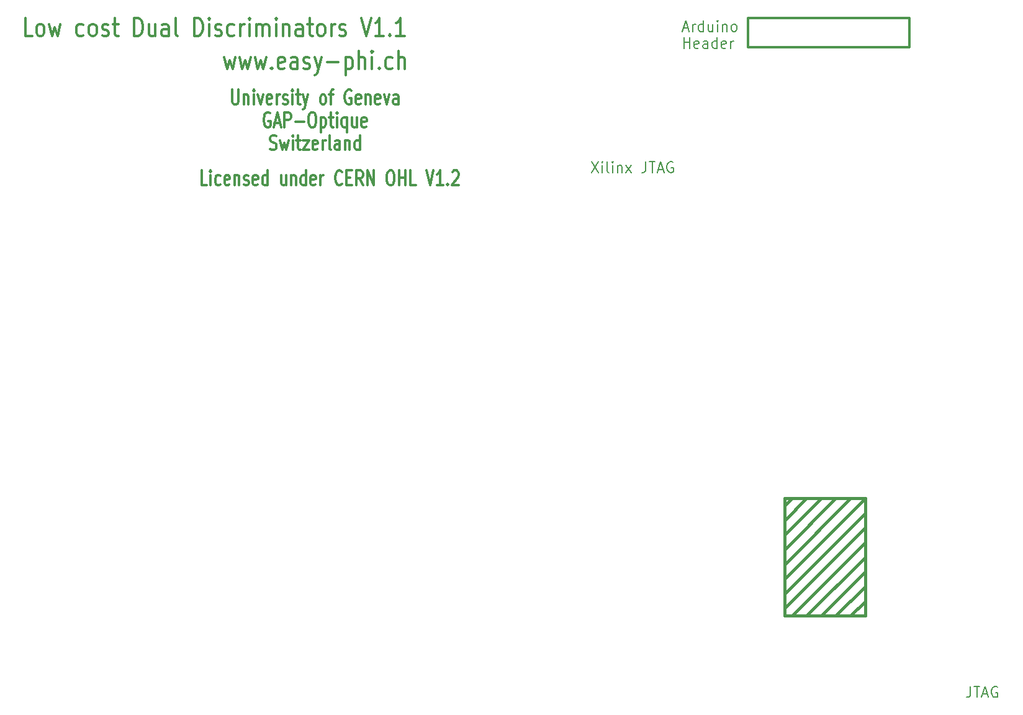
<source format=gto>
G04 (created by PCBNEW (2013-07-07 BZR 4022)-stable) date 20/12/2013 15:35:15*
%MOIN*%
G04 Gerber Fmt 3.4, Leading zero omitted, Abs format*
%FSLAX34Y34*%
G01*
G70*
G90*
G04 APERTURE LIST*
%ADD10C,0.00590551*%
%ADD11C,0.00787402*%
%ADD12C,0.011811*%
%ADD13C,0.015*%
G04 APERTURE END LIST*
G54D10*
G54D11*
X56181Y-28585D02*
X56548Y-29176D01*
X56548Y-28585D02*
X56181Y-29176D01*
X56758Y-29176D02*
X56758Y-28782D01*
X56758Y-28585D02*
X56732Y-28613D01*
X56758Y-28641D01*
X56784Y-28613D01*
X56758Y-28585D01*
X56758Y-28641D01*
X57099Y-29176D02*
X57047Y-29147D01*
X57020Y-29091D01*
X57020Y-28585D01*
X57309Y-29176D02*
X57309Y-28782D01*
X57309Y-28585D02*
X57283Y-28613D01*
X57309Y-28641D01*
X57335Y-28613D01*
X57309Y-28585D01*
X57309Y-28641D01*
X57572Y-28782D02*
X57572Y-29176D01*
X57572Y-28838D02*
X57598Y-28810D01*
X57650Y-28782D01*
X57729Y-28782D01*
X57782Y-28810D01*
X57808Y-28866D01*
X57808Y-29176D01*
X58018Y-29176D02*
X58307Y-28782D01*
X58018Y-28782D02*
X58307Y-29176D01*
X59094Y-28585D02*
X59094Y-29007D01*
X59068Y-29091D01*
X59015Y-29147D01*
X58937Y-29176D01*
X58884Y-29176D01*
X59278Y-28585D02*
X59593Y-28585D01*
X59435Y-29176D02*
X59435Y-28585D01*
X59750Y-29007D02*
X60013Y-29007D01*
X59698Y-29176D02*
X59881Y-28585D01*
X60065Y-29176D01*
X60538Y-28613D02*
X60485Y-28585D01*
X60406Y-28585D01*
X60328Y-28613D01*
X60275Y-28669D01*
X60249Y-28726D01*
X60223Y-28838D01*
X60223Y-28922D01*
X60249Y-29035D01*
X60275Y-29091D01*
X60328Y-29147D01*
X60406Y-29176D01*
X60459Y-29176D01*
X60538Y-29147D01*
X60564Y-29119D01*
X60564Y-28922D01*
X60459Y-28922D01*
X61108Y-21428D02*
X61371Y-21428D01*
X61056Y-21597D02*
X61240Y-21006D01*
X61423Y-21597D01*
X61607Y-21597D02*
X61607Y-21203D01*
X61607Y-21316D02*
X61633Y-21259D01*
X61660Y-21231D01*
X61712Y-21203D01*
X61765Y-21203D01*
X62185Y-21597D02*
X62185Y-21006D01*
X62185Y-21569D02*
X62132Y-21597D01*
X62027Y-21597D01*
X61975Y-21569D01*
X61948Y-21541D01*
X61922Y-21484D01*
X61922Y-21316D01*
X61948Y-21259D01*
X61975Y-21231D01*
X62027Y-21203D01*
X62132Y-21203D01*
X62185Y-21231D01*
X62683Y-21203D02*
X62683Y-21597D01*
X62447Y-21203D02*
X62447Y-21512D01*
X62473Y-21569D01*
X62526Y-21597D01*
X62604Y-21597D01*
X62657Y-21569D01*
X62683Y-21541D01*
X62946Y-21597D02*
X62946Y-21203D01*
X62946Y-21006D02*
X62919Y-21034D01*
X62946Y-21062D01*
X62972Y-21034D01*
X62946Y-21006D01*
X62946Y-21062D01*
X63208Y-21203D02*
X63208Y-21597D01*
X63208Y-21259D02*
X63234Y-21231D01*
X63287Y-21203D01*
X63366Y-21203D01*
X63418Y-21231D01*
X63444Y-21287D01*
X63444Y-21597D01*
X63786Y-21597D02*
X63733Y-21569D01*
X63707Y-21541D01*
X63681Y-21484D01*
X63681Y-21316D01*
X63707Y-21259D01*
X63733Y-21231D01*
X63786Y-21203D01*
X63864Y-21203D01*
X63917Y-21231D01*
X63943Y-21259D01*
X63969Y-21316D01*
X63969Y-21484D01*
X63943Y-21541D01*
X63917Y-21569D01*
X63864Y-21597D01*
X63786Y-21597D01*
X61135Y-22502D02*
X61135Y-21912D01*
X61135Y-22193D02*
X61450Y-22193D01*
X61450Y-22502D02*
X61450Y-21912D01*
X61922Y-22474D02*
X61870Y-22502D01*
X61765Y-22502D01*
X61712Y-22474D01*
X61686Y-22418D01*
X61686Y-22193D01*
X61712Y-22137D01*
X61765Y-22109D01*
X61870Y-22109D01*
X61922Y-22137D01*
X61948Y-22193D01*
X61948Y-22249D01*
X61686Y-22305D01*
X62421Y-22502D02*
X62421Y-22193D01*
X62395Y-22137D01*
X62342Y-22109D01*
X62237Y-22109D01*
X62185Y-22137D01*
X62421Y-22474D02*
X62368Y-22502D01*
X62237Y-22502D01*
X62185Y-22474D01*
X62158Y-22418D01*
X62158Y-22362D01*
X62185Y-22305D01*
X62237Y-22277D01*
X62368Y-22277D01*
X62421Y-22249D01*
X62919Y-22502D02*
X62919Y-21912D01*
X62919Y-22474D02*
X62867Y-22502D01*
X62762Y-22502D01*
X62709Y-22474D01*
X62683Y-22446D01*
X62657Y-22390D01*
X62657Y-22221D01*
X62683Y-22165D01*
X62709Y-22137D01*
X62762Y-22109D01*
X62867Y-22109D01*
X62919Y-22137D01*
X63392Y-22474D02*
X63339Y-22502D01*
X63234Y-22502D01*
X63182Y-22474D01*
X63156Y-22418D01*
X63156Y-22193D01*
X63182Y-22137D01*
X63234Y-22109D01*
X63339Y-22109D01*
X63392Y-22137D01*
X63418Y-22193D01*
X63418Y-22249D01*
X63156Y-22305D01*
X63654Y-22502D02*
X63654Y-22109D01*
X63654Y-22221D02*
X63681Y-22165D01*
X63707Y-22137D01*
X63759Y-22109D01*
X63812Y-22109D01*
G54D12*
X73228Y-20866D02*
X64566Y-20866D01*
X73228Y-22440D02*
X73228Y-20866D01*
X64566Y-22440D02*
X73228Y-22440D01*
X64566Y-20866D02*
X64566Y-22440D01*
G54D11*
X76522Y-56735D02*
X76522Y-57156D01*
X76496Y-57241D01*
X76443Y-57297D01*
X76364Y-57325D01*
X76312Y-57325D01*
X76706Y-56735D02*
X77020Y-56735D01*
X76863Y-57325D02*
X76863Y-56735D01*
X77178Y-57156D02*
X77440Y-57156D01*
X77125Y-57325D02*
X77309Y-56735D01*
X77493Y-57325D01*
X77965Y-56763D02*
X77913Y-56735D01*
X77834Y-56735D01*
X77755Y-56763D01*
X77703Y-56819D01*
X77677Y-56875D01*
X77650Y-56988D01*
X77650Y-57072D01*
X77677Y-57185D01*
X77703Y-57241D01*
X77755Y-57297D01*
X77834Y-57325D01*
X77887Y-57325D01*
X77965Y-57297D01*
X77992Y-57269D01*
X77992Y-57072D01*
X77887Y-57072D01*
G54D12*
X36445Y-22970D02*
X36595Y-23626D01*
X36745Y-23158D01*
X36895Y-23626D01*
X37045Y-22970D01*
X37270Y-22970D02*
X37420Y-23626D01*
X37570Y-23158D01*
X37720Y-23626D01*
X37870Y-22970D01*
X38095Y-22970D02*
X38245Y-23626D01*
X38395Y-23158D01*
X38545Y-23626D01*
X38695Y-22970D01*
X38995Y-23532D02*
X39032Y-23579D01*
X38995Y-23626D01*
X38957Y-23579D01*
X38995Y-23532D01*
X38995Y-23626D01*
X39670Y-23579D02*
X39595Y-23626D01*
X39445Y-23626D01*
X39370Y-23579D01*
X39332Y-23486D01*
X39332Y-23111D01*
X39370Y-23017D01*
X39445Y-22970D01*
X39595Y-22970D01*
X39670Y-23017D01*
X39707Y-23111D01*
X39707Y-23204D01*
X39332Y-23298D01*
X40382Y-23626D02*
X40382Y-23111D01*
X40344Y-23017D01*
X40269Y-22970D01*
X40119Y-22970D01*
X40044Y-23017D01*
X40382Y-23579D02*
X40307Y-23626D01*
X40119Y-23626D01*
X40044Y-23579D01*
X40007Y-23486D01*
X40007Y-23392D01*
X40044Y-23298D01*
X40119Y-23251D01*
X40307Y-23251D01*
X40382Y-23204D01*
X40719Y-23579D02*
X40794Y-23626D01*
X40944Y-23626D01*
X41019Y-23579D01*
X41057Y-23486D01*
X41057Y-23439D01*
X41019Y-23345D01*
X40944Y-23298D01*
X40832Y-23298D01*
X40757Y-23251D01*
X40719Y-23158D01*
X40719Y-23111D01*
X40757Y-23017D01*
X40832Y-22970D01*
X40944Y-22970D01*
X41019Y-23017D01*
X41319Y-22970D02*
X41507Y-23626D01*
X41694Y-22970D02*
X41507Y-23626D01*
X41432Y-23861D01*
X41394Y-23907D01*
X41319Y-23954D01*
X41994Y-23251D02*
X42594Y-23251D01*
X42969Y-22970D02*
X42969Y-23954D01*
X42969Y-23017D02*
X43044Y-22970D01*
X43194Y-22970D01*
X43269Y-23017D01*
X43307Y-23064D01*
X43344Y-23158D01*
X43344Y-23439D01*
X43307Y-23532D01*
X43269Y-23579D01*
X43194Y-23626D01*
X43044Y-23626D01*
X42969Y-23579D01*
X43682Y-23626D02*
X43682Y-22642D01*
X44019Y-23626D02*
X44019Y-23111D01*
X43982Y-23017D01*
X43907Y-22970D01*
X43794Y-22970D01*
X43719Y-23017D01*
X43682Y-23064D01*
X44394Y-23626D02*
X44394Y-22970D01*
X44394Y-22642D02*
X44356Y-22689D01*
X44394Y-22736D01*
X44431Y-22689D01*
X44394Y-22642D01*
X44394Y-22736D01*
X44769Y-23532D02*
X44806Y-23579D01*
X44769Y-23626D01*
X44731Y-23579D01*
X44769Y-23532D01*
X44769Y-23626D01*
X45481Y-23579D02*
X45406Y-23626D01*
X45256Y-23626D01*
X45181Y-23579D01*
X45144Y-23532D01*
X45106Y-23439D01*
X45106Y-23158D01*
X45144Y-23064D01*
X45181Y-23017D01*
X45256Y-22970D01*
X45406Y-22970D01*
X45481Y-23017D01*
X45819Y-23626D02*
X45819Y-22642D01*
X46156Y-23626D02*
X46156Y-23111D01*
X46119Y-23017D01*
X46044Y-22970D01*
X45931Y-22970D01*
X45856Y-23017D01*
X45819Y-23064D01*
X26152Y-21855D02*
X25778Y-21855D01*
X25778Y-20870D01*
X26527Y-21855D02*
X26452Y-21808D01*
X26415Y-21761D01*
X26377Y-21667D01*
X26377Y-21386D01*
X26415Y-21292D01*
X26452Y-21245D01*
X26527Y-21198D01*
X26640Y-21198D01*
X26715Y-21245D01*
X26752Y-21292D01*
X26790Y-21386D01*
X26790Y-21667D01*
X26752Y-21761D01*
X26715Y-21808D01*
X26640Y-21855D01*
X26527Y-21855D01*
X27052Y-21198D02*
X27202Y-21855D01*
X27352Y-21386D01*
X27502Y-21855D01*
X27652Y-21198D01*
X28890Y-21808D02*
X28815Y-21855D01*
X28665Y-21855D01*
X28590Y-21808D01*
X28552Y-21761D01*
X28515Y-21667D01*
X28515Y-21386D01*
X28552Y-21292D01*
X28590Y-21245D01*
X28665Y-21198D01*
X28815Y-21198D01*
X28890Y-21245D01*
X29340Y-21855D02*
X29265Y-21808D01*
X29227Y-21761D01*
X29190Y-21667D01*
X29190Y-21386D01*
X29227Y-21292D01*
X29265Y-21245D01*
X29340Y-21198D01*
X29452Y-21198D01*
X29527Y-21245D01*
X29565Y-21292D01*
X29602Y-21386D01*
X29602Y-21667D01*
X29565Y-21761D01*
X29527Y-21808D01*
X29452Y-21855D01*
X29340Y-21855D01*
X29902Y-21808D02*
X29977Y-21855D01*
X30127Y-21855D01*
X30202Y-21808D01*
X30239Y-21714D01*
X30239Y-21667D01*
X30202Y-21573D01*
X30127Y-21526D01*
X30014Y-21526D01*
X29940Y-21480D01*
X29902Y-21386D01*
X29902Y-21339D01*
X29940Y-21245D01*
X30014Y-21198D01*
X30127Y-21198D01*
X30202Y-21245D01*
X30464Y-21198D02*
X30764Y-21198D01*
X30577Y-20870D02*
X30577Y-21714D01*
X30614Y-21808D01*
X30689Y-21855D01*
X30764Y-21855D01*
X31627Y-21855D02*
X31627Y-20870D01*
X31814Y-20870D01*
X31927Y-20917D01*
X32002Y-21011D01*
X32039Y-21105D01*
X32077Y-21292D01*
X32077Y-21433D01*
X32039Y-21620D01*
X32002Y-21714D01*
X31927Y-21808D01*
X31814Y-21855D01*
X31627Y-21855D01*
X32752Y-21198D02*
X32752Y-21855D01*
X32414Y-21198D02*
X32414Y-21714D01*
X32452Y-21808D01*
X32527Y-21855D01*
X32639Y-21855D01*
X32714Y-21808D01*
X32752Y-21761D01*
X33464Y-21855D02*
X33464Y-21339D01*
X33427Y-21245D01*
X33352Y-21198D01*
X33202Y-21198D01*
X33127Y-21245D01*
X33464Y-21808D02*
X33389Y-21855D01*
X33202Y-21855D01*
X33127Y-21808D01*
X33089Y-21714D01*
X33089Y-21620D01*
X33127Y-21526D01*
X33202Y-21480D01*
X33389Y-21480D01*
X33464Y-21433D01*
X33952Y-21855D02*
X33877Y-21808D01*
X33839Y-21714D01*
X33839Y-20870D01*
X34851Y-21855D02*
X34851Y-20870D01*
X35039Y-20870D01*
X35151Y-20917D01*
X35226Y-21011D01*
X35264Y-21105D01*
X35301Y-21292D01*
X35301Y-21433D01*
X35264Y-21620D01*
X35226Y-21714D01*
X35151Y-21808D01*
X35039Y-21855D01*
X34851Y-21855D01*
X35639Y-21855D02*
X35639Y-21198D01*
X35639Y-20870D02*
X35601Y-20917D01*
X35639Y-20964D01*
X35676Y-20917D01*
X35639Y-20870D01*
X35639Y-20964D01*
X35976Y-21808D02*
X36051Y-21855D01*
X36201Y-21855D01*
X36276Y-21808D01*
X36314Y-21714D01*
X36314Y-21667D01*
X36276Y-21573D01*
X36201Y-21526D01*
X36089Y-21526D01*
X36014Y-21480D01*
X35976Y-21386D01*
X35976Y-21339D01*
X36014Y-21245D01*
X36089Y-21198D01*
X36201Y-21198D01*
X36276Y-21245D01*
X36989Y-21808D02*
X36914Y-21855D01*
X36764Y-21855D01*
X36689Y-21808D01*
X36651Y-21761D01*
X36614Y-21667D01*
X36614Y-21386D01*
X36651Y-21292D01*
X36689Y-21245D01*
X36764Y-21198D01*
X36914Y-21198D01*
X36989Y-21245D01*
X37326Y-21855D02*
X37326Y-21198D01*
X37326Y-21386D02*
X37364Y-21292D01*
X37401Y-21245D01*
X37476Y-21198D01*
X37551Y-21198D01*
X37814Y-21855D02*
X37814Y-21198D01*
X37814Y-20870D02*
X37776Y-20917D01*
X37814Y-20964D01*
X37851Y-20917D01*
X37814Y-20870D01*
X37814Y-20964D01*
X38188Y-21855D02*
X38188Y-21198D01*
X38188Y-21292D02*
X38226Y-21245D01*
X38301Y-21198D01*
X38413Y-21198D01*
X38488Y-21245D01*
X38526Y-21339D01*
X38526Y-21855D01*
X38526Y-21339D02*
X38563Y-21245D01*
X38638Y-21198D01*
X38751Y-21198D01*
X38826Y-21245D01*
X38863Y-21339D01*
X38863Y-21855D01*
X39238Y-21855D02*
X39238Y-21198D01*
X39238Y-20870D02*
X39201Y-20917D01*
X39238Y-20964D01*
X39276Y-20917D01*
X39238Y-20870D01*
X39238Y-20964D01*
X39613Y-21198D02*
X39613Y-21855D01*
X39613Y-21292D02*
X39651Y-21245D01*
X39726Y-21198D01*
X39838Y-21198D01*
X39913Y-21245D01*
X39951Y-21339D01*
X39951Y-21855D01*
X40663Y-21855D02*
X40663Y-21339D01*
X40626Y-21245D01*
X40551Y-21198D01*
X40401Y-21198D01*
X40326Y-21245D01*
X40663Y-21808D02*
X40588Y-21855D01*
X40401Y-21855D01*
X40326Y-21808D01*
X40288Y-21714D01*
X40288Y-21620D01*
X40326Y-21526D01*
X40401Y-21480D01*
X40588Y-21480D01*
X40663Y-21433D01*
X40926Y-21198D02*
X41226Y-21198D01*
X41038Y-20870D02*
X41038Y-21714D01*
X41076Y-21808D01*
X41151Y-21855D01*
X41226Y-21855D01*
X41601Y-21855D02*
X41526Y-21808D01*
X41488Y-21761D01*
X41451Y-21667D01*
X41451Y-21386D01*
X41488Y-21292D01*
X41526Y-21245D01*
X41601Y-21198D01*
X41713Y-21198D01*
X41788Y-21245D01*
X41826Y-21292D01*
X41863Y-21386D01*
X41863Y-21667D01*
X41826Y-21761D01*
X41788Y-21808D01*
X41713Y-21855D01*
X41601Y-21855D01*
X42200Y-21855D02*
X42200Y-21198D01*
X42200Y-21386D02*
X42238Y-21292D01*
X42275Y-21245D01*
X42350Y-21198D01*
X42425Y-21198D01*
X42650Y-21808D02*
X42725Y-21855D01*
X42875Y-21855D01*
X42950Y-21808D01*
X42988Y-21714D01*
X42988Y-21667D01*
X42950Y-21573D01*
X42875Y-21526D01*
X42763Y-21526D01*
X42688Y-21480D01*
X42650Y-21386D01*
X42650Y-21339D01*
X42688Y-21245D01*
X42763Y-21198D01*
X42875Y-21198D01*
X42950Y-21245D01*
X43813Y-20870D02*
X44075Y-21855D01*
X44338Y-20870D01*
X45013Y-21855D02*
X44563Y-21855D01*
X44788Y-21855D02*
X44788Y-20870D01*
X44713Y-21011D01*
X44638Y-21105D01*
X44563Y-21152D01*
X45350Y-21761D02*
X45388Y-21808D01*
X45350Y-21855D01*
X45313Y-21808D01*
X45350Y-21761D01*
X45350Y-21855D01*
X46137Y-21855D02*
X45688Y-21855D01*
X45913Y-21855D02*
X45913Y-20870D01*
X45838Y-21011D01*
X45763Y-21105D01*
X45688Y-21152D01*
X35517Y-29846D02*
X35236Y-29846D01*
X35236Y-29058D01*
X35714Y-29846D02*
X35714Y-29321D01*
X35714Y-29058D02*
X35686Y-29096D01*
X35714Y-29133D01*
X35742Y-29096D01*
X35714Y-29058D01*
X35714Y-29133D01*
X36248Y-29808D02*
X36192Y-29846D01*
X36079Y-29846D01*
X36023Y-29808D01*
X35995Y-29771D01*
X35967Y-29696D01*
X35967Y-29471D01*
X35995Y-29396D01*
X36023Y-29358D01*
X36079Y-29321D01*
X36192Y-29321D01*
X36248Y-29358D01*
X36726Y-29808D02*
X36670Y-29846D01*
X36557Y-29846D01*
X36501Y-29808D01*
X36473Y-29733D01*
X36473Y-29433D01*
X36501Y-29358D01*
X36557Y-29321D01*
X36670Y-29321D01*
X36726Y-29358D01*
X36754Y-29433D01*
X36754Y-29508D01*
X36473Y-29583D01*
X37007Y-29321D02*
X37007Y-29846D01*
X37007Y-29396D02*
X37035Y-29358D01*
X37092Y-29321D01*
X37176Y-29321D01*
X37232Y-29358D01*
X37260Y-29433D01*
X37260Y-29846D01*
X37514Y-29808D02*
X37570Y-29846D01*
X37682Y-29846D01*
X37739Y-29808D01*
X37767Y-29733D01*
X37767Y-29696D01*
X37739Y-29621D01*
X37682Y-29583D01*
X37598Y-29583D01*
X37542Y-29546D01*
X37514Y-29471D01*
X37514Y-29433D01*
X37542Y-29358D01*
X37598Y-29321D01*
X37682Y-29321D01*
X37739Y-29358D01*
X38245Y-29808D02*
X38188Y-29846D01*
X38076Y-29846D01*
X38020Y-29808D01*
X37992Y-29733D01*
X37992Y-29433D01*
X38020Y-29358D01*
X38076Y-29321D01*
X38188Y-29321D01*
X38245Y-29358D01*
X38273Y-29433D01*
X38273Y-29508D01*
X37992Y-29583D01*
X38779Y-29846D02*
X38779Y-29058D01*
X38779Y-29808D02*
X38723Y-29846D01*
X38610Y-29846D01*
X38554Y-29808D01*
X38526Y-29771D01*
X38498Y-29696D01*
X38498Y-29471D01*
X38526Y-29396D01*
X38554Y-29358D01*
X38610Y-29321D01*
X38723Y-29321D01*
X38779Y-29358D01*
X39763Y-29321D02*
X39763Y-29846D01*
X39510Y-29321D02*
X39510Y-29733D01*
X39538Y-29808D01*
X39595Y-29846D01*
X39679Y-29846D01*
X39735Y-29808D01*
X39763Y-29771D01*
X40044Y-29321D02*
X40044Y-29846D01*
X40044Y-29396D02*
X40073Y-29358D01*
X40129Y-29321D01*
X40213Y-29321D01*
X40269Y-29358D01*
X40298Y-29433D01*
X40298Y-29846D01*
X40832Y-29846D02*
X40832Y-29058D01*
X40832Y-29808D02*
X40776Y-29846D01*
X40663Y-29846D01*
X40607Y-29808D01*
X40579Y-29771D01*
X40551Y-29696D01*
X40551Y-29471D01*
X40579Y-29396D01*
X40607Y-29358D01*
X40663Y-29321D01*
X40776Y-29321D01*
X40832Y-29358D01*
X41338Y-29808D02*
X41282Y-29846D01*
X41169Y-29846D01*
X41113Y-29808D01*
X41085Y-29733D01*
X41085Y-29433D01*
X41113Y-29358D01*
X41169Y-29321D01*
X41282Y-29321D01*
X41338Y-29358D01*
X41366Y-29433D01*
X41366Y-29508D01*
X41085Y-29583D01*
X41619Y-29846D02*
X41619Y-29321D01*
X41619Y-29471D02*
X41647Y-29396D01*
X41676Y-29358D01*
X41732Y-29321D01*
X41788Y-29321D01*
X42772Y-29771D02*
X42744Y-29808D01*
X42660Y-29846D01*
X42604Y-29846D01*
X42519Y-29808D01*
X42463Y-29733D01*
X42435Y-29658D01*
X42407Y-29508D01*
X42407Y-29396D01*
X42435Y-29246D01*
X42463Y-29171D01*
X42519Y-29096D01*
X42604Y-29058D01*
X42660Y-29058D01*
X42744Y-29096D01*
X42772Y-29133D01*
X43025Y-29433D02*
X43222Y-29433D01*
X43307Y-29846D02*
X43025Y-29846D01*
X43025Y-29058D01*
X43307Y-29058D01*
X43897Y-29846D02*
X43700Y-29471D01*
X43560Y-29846D02*
X43560Y-29058D01*
X43785Y-29058D01*
X43841Y-29096D01*
X43869Y-29133D01*
X43897Y-29208D01*
X43897Y-29321D01*
X43869Y-29396D01*
X43841Y-29433D01*
X43785Y-29471D01*
X43560Y-29471D01*
X44150Y-29846D02*
X44150Y-29058D01*
X44488Y-29846D01*
X44488Y-29058D01*
X45331Y-29058D02*
X45444Y-29058D01*
X45500Y-29096D01*
X45556Y-29171D01*
X45584Y-29321D01*
X45584Y-29583D01*
X45556Y-29733D01*
X45500Y-29808D01*
X45444Y-29846D01*
X45331Y-29846D01*
X45275Y-29808D01*
X45219Y-29733D01*
X45191Y-29583D01*
X45191Y-29321D01*
X45219Y-29171D01*
X45275Y-29096D01*
X45331Y-29058D01*
X45838Y-29846D02*
X45838Y-29058D01*
X45838Y-29433D02*
X46175Y-29433D01*
X46175Y-29846D02*
X46175Y-29058D01*
X46737Y-29846D02*
X46456Y-29846D01*
X46456Y-29058D01*
X47300Y-29058D02*
X47497Y-29846D01*
X47694Y-29058D01*
X48200Y-29846D02*
X47862Y-29846D01*
X48031Y-29846D02*
X48031Y-29058D01*
X47975Y-29171D01*
X47919Y-29246D01*
X47862Y-29283D01*
X48453Y-29771D02*
X48481Y-29808D01*
X48453Y-29846D01*
X48425Y-29808D01*
X48453Y-29771D01*
X48453Y-29846D01*
X48706Y-29133D02*
X48734Y-29096D01*
X48790Y-29058D01*
X48931Y-29058D01*
X48987Y-29096D01*
X49015Y-29133D01*
X49043Y-29208D01*
X49043Y-29283D01*
X49015Y-29396D01*
X48678Y-29846D01*
X49043Y-29846D01*
X36881Y-24728D02*
X36881Y-25365D01*
X36909Y-25440D01*
X36937Y-25478D01*
X36993Y-25515D01*
X37106Y-25515D01*
X37162Y-25478D01*
X37190Y-25440D01*
X37218Y-25365D01*
X37218Y-24728D01*
X37500Y-24990D02*
X37500Y-25515D01*
X37500Y-25065D02*
X37528Y-25028D01*
X37584Y-24990D01*
X37668Y-24990D01*
X37724Y-25028D01*
X37753Y-25103D01*
X37753Y-25515D01*
X38034Y-25515D02*
X38034Y-24990D01*
X38034Y-24728D02*
X38006Y-24765D01*
X38034Y-24803D01*
X38062Y-24765D01*
X38034Y-24728D01*
X38034Y-24803D01*
X38259Y-24990D02*
X38399Y-25515D01*
X38540Y-24990D01*
X38990Y-25478D02*
X38934Y-25515D01*
X38821Y-25515D01*
X38765Y-25478D01*
X38737Y-25403D01*
X38737Y-25103D01*
X38765Y-25028D01*
X38821Y-24990D01*
X38934Y-24990D01*
X38990Y-25028D01*
X39018Y-25103D01*
X39018Y-25178D01*
X38737Y-25253D01*
X39271Y-25515D02*
X39271Y-24990D01*
X39271Y-25140D02*
X39299Y-25065D01*
X39327Y-25028D01*
X39384Y-24990D01*
X39440Y-24990D01*
X39609Y-25478D02*
X39665Y-25515D01*
X39777Y-25515D01*
X39834Y-25478D01*
X39862Y-25403D01*
X39862Y-25365D01*
X39834Y-25290D01*
X39777Y-25253D01*
X39693Y-25253D01*
X39637Y-25215D01*
X39609Y-25140D01*
X39609Y-25103D01*
X39637Y-25028D01*
X39693Y-24990D01*
X39777Y-24990D01*
X39834Y-25028D01*
X40115Y-25515D02*
X40115Y-24990D01*
X40115Y-24728D02*
X40087Y-24765D01*
X40115Y-24803D01*
X40143Y-24765D01*
X40115Y-24728D01*
X40115Y-24803D01*
X40312Y-24990D02*
X40537Y-24990D01*
X40396Y-24728D02*
X40396Y-25403D01*
X40424Y-25478D01*
X40480Y-25515D01*
X40537Y-25515D01*
X40677Y-24990D02*
X40818Y-25515D01*
X40958Y-24990D02*
X40818Y-25515D01*
X40762Y-25703D01*
X40733Y-25740D01*
X40677Y-25778D01*
X41718Y-25515D02*
X41661Y-25478D01*
X41633Y-25440D01*
X41605Y-25365D01*
X41605Y-25140D01*
X41633Y-25065D01*
X41661Y-25028D01*
X41718Y-24990D01*
X41802Y-24990D01*
X41858Y-25028D01*
X41886Y-25065D01*
X41915Y-25140D01*
X41915Y-25365D01*
X41886Y-25440D01*
X41858Y-25478D01*
X41802Y-25515D01*
X41718Y-25515D01*
X42083Y-24990D02*
X42308Y-24990D01*
X42168Y-25515D02*
X42168Y-24840D01*
X42196Y-24765D01*
X42252Y-24728D01*
X42308Y-24728D01*
X43264Y-24765D02*
X43208Y-24728D01*
X43124Y-24728D01*
X43039Y-24765D01*
X42983Y-24840D01*
X42955Y-24915D01*
X42927Y-25065D01*
X42927Y-25178D01*
X42955Y-25328D01*
X42983Y-25403D01*
X43039Y-25478D01*
X43124Y-25515D01*
X43180Y-25515D01*
X43264Y-25478D01*
X43293Y-25440D01*
X43293Y-25178D01*
X43180Y-25178D01*
X43771Y-25478D02*
X43714Y-25515D01*
X43602Y-25515D01*
X43546Y-25478D01*
X43517Y-25403D01*
X43517Y-25103D01*
X43546Y-25028D01*
X43602Y-24990D01*
X43714Y-24990D01*
X43771Y-25028D01*
X43799Y-25103D01*
X43799Y-25178D01*
X43517Y-25253D01*
X44052Y-24990D02*
X44052Y-25515D01*
X44052Y-25065D02*
X44080Y-25028D01*
X44136Y-24990D01*
X44221Y-24990D01*
X44277Y-25028D01*
X44305Y-25103D01*
X44305Y-25515D01*
X44811Y-25478D02*
X44755Y-25515D01*
X44642Y-25515D01*
X44586Y-25478D01*
X44558Y-25403D01*
X44558Y-25103D01*
X44586Y-25028D01*
X44642Y-24990D01*
X44755Y-24990D01*
X44811Y-25028D01*
X44839Y-25103D01*
X44839Y-25178D01*
X44558Y-25253D01*
X45036Y-24990D02*
X45177Y-25515D01*
X45317Y-24990D01*
X45795Y-25515D02*
X45795Y-25103D01*
X45767Y-25028D01*
X45711Y-24990D01*
X45598Y-24990D01*
X45542Y-25028D01*
X45795Y-25478D02*
X45739Y-25515D01*
X45598Y-25515D01*
X45542Y-25478D01*
X45514Y-25403D01*
X45514Y-25328D01*
X45542Y-25253D01*
X45598Y-25215D01*
X45739Y-25215D01*
X45795Y-25178D01*
X38906Y-25986D02*
X38849Y-25948D01*
X38765Y-25948D01*
X38681Y-25986D01*
X38624Y-26061D01*
X38596Y-26136D01*
X38568Y-26286D01*
X38568Y-26398D01*
X38596Y-26548D01*
X38624Y-26623D01*
X38681Y-26698D01*
X38765Y-26736D01*
X38821Y-26736D01*
X38906Y-26698D01*
X38934Y-26661D01*
X38934Y-26398D01*
X38821Y-26398D01*
X39159Y-26511D02*
X39440Y-26511D01*
X39102Y-26736D02*
X39299Y-25948D01*
X39496Y-26736D01*
X39693Y-26736D02*
X39693Y-25948D01*
X39918Y-25948D01*
X39974Y-25986D01*
X40002Y-26023D01*
X40030Y-26098D01*
X40030Y-26211D01*
X40002Y-26286D01*
X39974Y-26323D01*
X39918Y-26361D01*
X39693Y-26361D01*
X40284Y-26436D02*
X40733Y-26436D01*
X41127Y-25948D02*
X41240Y-25948D01*
X41296Y-25986D01*
X41352Y-26061D01*
X41380Y-26211D01*
X41380Y-26473D01*
X41352Y-26623D01*
X41296Y-26698D01*
X41240Y-26736D01*
X41127Y-26736D01*
X41071Y-26698D01*
X41015Y-26623D01*
X40987Y-26473D01*
X40987Y-26211D01*
X41015Y-26061D01*
X41071Y-25986D01*
X41127Y-25948D01*
X41633Y-26211D02*
X41633Y-26998D01*
X41633Y-26248D02*
X41690Y-26211D01*
X41802Y-26211D01*
X41858Y-26248D01*
X41886Y-26286D01*
X41915Y-26361D01*
X41915Y-26586D01*
X41886Y-26661D01*
X41858Y-26698D01*
X41802Y-26736D01*
X41690Y-26736D01*
X41633Y-26698D01*
X42083Y-26211D02*
X42308Y-26211D01*
X42168Y-25948D02*
X42168Y-26623D01*
X42196Y-26698D01*
X42252Y-26736D01*
X42308Y-26736D01*
X42505Y-26736D02*
X42505Y-26211D01*
X42505Y-25948D02*
X42477Y-25986D01*
X42505Y-26023D01*
X42533Y-25986D01*
X42505Y-25948D01*
X42505Y-26023D01*
X43039Y-26211D02*
X43039Y-26998D01*
X43039Y-26698D02*
X42983Y-26736D01*
X42871Y-26736D01*
X42814Y-26698D01*
X42786Y-26661D01*
X42758Y-26586D01*
X42758Y-26361D01*
X42786Y-26286D01*
X42814Y-26248D01*
X42871Y-26211D01*
X42983Y-26211D01*
X43039Y-26248D01*
X43574Y-26211D02*
X43574Y-26736D01*
X43321Y-26211D02*
X43321Y-26623D01*
X43349Y-26698D01*
X43405Y-26736D01*
X43489Y-26736D01*
X43546Y-26698D01*
X43574Y-26661D01*
X44080Y-26698D02*
X44024Y-26736D01*
X43911Y-26736D01*
X43855Y-26698D01*
X43827Y-26623D01*
X43827Y-26323D01*
X43855Y-26248D01*
X43911Y-26211D01*
X44024Y-26211D01*
X44080Y-26248D01*
X44108Y-26323D01*
X44108Y-26398D01*
X43827Y-26473D01*
X38920Y-27919D02*
X39004Y-27956D01*
X39145Y-27956D01*
X39201Y-27919D01*
X39229Y-27881D01*
X39257Y-27806D01*
X39257Y-27731D01*
X39229Y-27656D01*
X39201Y-27619D01*
X39145Y-27581D01*
X39032Y-27544D01*
X38976Y-27506D01*
X38948Y-27469D01*
X38920Y-27394D01*
X38920Y-27319D01*
X38948Y-27244D01*
X38976Y-27206D01*
X39032Y-27169D01*
X39173Y-27169D01*
X39257Y-27206D01*
X39454Y-27431D02*
X39566Y-27956D01*
X39679Y-27581D01*
X39791Y-27956D01*
X39904Y-27431D01*
X40129Y-27956D02*
X40129Y-27431D01*
X40129Y-27169D02*
X40101Y-27206D01*
X40129Y-27244D01*
X40157Y-27206D01*
X40129Y-27169D01*
X40129Y-27244D01*
X40326Y-27431D02*
X40551Y-27431D01*
X40410Y-27169D02*
X40410Y-27844D01*
X40438Y-27919D01*
X40494Y-27956D01*
X40551Y-27956D01*
X40691Y-27431D02*
X41001Y-27431D01*
X40691Y-27956D01*
X41001Y-27956D01*
X41451Y-27919D02*
X41394Y-27956D01*
X41282Y-27956D01*
X41226Y-27919D01*
X41197Y-27844D01*
X41197Y-27544D01*
X41226Y-27469D01*
X41282Y-27431D01*
X41394Y-27431D01*
X41451Y-27469D01*
X41479Y-27544D01*
X41479Y-27619D01*
X41197Y-27694D01*
X41732Y-27956D02*
X41732Y-27431D01*
X41732Y-27581D02*
X41760Y-27506D01*
X41788Y-27469D01*
X41844Y-27431D01*
X41901Y-27431D01*
X42182Y-27956D02*
X42125Y-27919D01*
X42097Y-27844D01*
X42097Y-27169D01*
X42660Y-27956D02*
X42660Y-27544D01*
X42632Y-27469D01*
X42575Y-27431D01*
X42463Y-27431D01*
X42407Y-27469D01*
X42660Y-27919D02*
X42604Y-27956D01*
X42463Y-27956D01*
X42407Y-27919D01*
X42379Y-27844D01*
X42379Y-27769D01*
X42407Y-27694D01*
X42463Y-27656D01*
X42604Y-27656D01*
X42660Y-27619D01*
X42941Y-27431D02*
X42941Y-27956D01*
X42941Y-27506D02*
X42969Y-27469D01*
X43025Y-27431D01*
X43110Y-27431D01*
X43166Y-27469D01*
X43194Y-27544D01*
X43194Y-27956D01*
X43728Y-27956D02*
X43728Y-27169D01*
X43728Y-27919D02*
X43672Y-27956D01*
X43560Y-27956D01*
X43503Y-27919D01*
X43475Y-27881D01*
X43447Y-27806D01*
X43447Y-27581D01*
X43475Y-27506D01*
X43503Y-27469D01*
X43560Y-27431D01*
X43672Y-27431D01*
X43728Y-27469D01*
G54D13*
X66535Y-47047D02*
X66929Y-46653D01*
X66535Y-47834D02*
X67716Y-46653D01*
X66535Y-48622D02*
X68503Y-46653D01*
X66535Y-49409D02*
X69291Y-46653D01*
X66535Y-50196D02*
X70078Y-46653D01*
X66535Y-50984D02*
X70866Y-46653D01*
X66535Y-51771D02*
X70866Y-47440D01*
X66535Y-52559D02*
X70866Y-48228D01*
X66929Y-52952D02*
X70866Y-49015D01*
X67716Y-52952D02*
X70866Y-49803D01*
X68503Y-52952D02*
X70866Y-50590D01*
X69291Y-52952D02*
X70866Y-51377D01*
X70078Y-52952D02*
X70866Y-52165D01*
X66535Y-52952D02*
X66535Y-46653D01*
X70866Y-52952D02*
X70866Y-46653D01*
X70866Y-46653D02*
X66535Y-46653D01*
X66535Y-52952D02*
X70866Y-52952D01*
M02*

</source>
